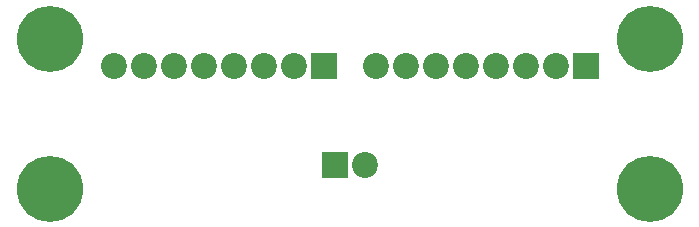
<source format=gbs>
G04 #@! TF.GenerationSoftware,KiCad,Pcbnew,(6.0.7)*
G04 #@! TF.CreationDate,2023-06-30T09:59:30-07:00*
G04 #@! TF.ProjectId,PT Board Ground Systems,50542042-6f61-4726-9420-47726f756e64,rev?*
G04 #@! TF.SameCoordinates,Original*
G04 #@! TF.FileFunction,Soldermask,Bot*
G04 #@! TF.FilePolarity,Negative*
%FSLAX46Y46*%
G04 Gerber Fmt 4.6, Leading zero omitted, Abs format (unit mm)*
G04 Created by KiCad (PCBNEW (6.0.7)) date 2023-06-30 09:59:30*
%MOMM*%
%LPD*%
G01*
G04 APERTURE LIST*
%ADD10R,2.200000X2.200000*%
%ADD11C,2.200000*%
%ADD12C,5.600000*%
%ADD13C,3.600000*%
G04 APERTURE END LIST*
D10*
X74650600Y-30937200D03*
D11*
X72110600Y-30937200D03*
X69570600Y-30937200D03*
X67030600Y-30937200D03*
X64490600Y-30937200D03*
X61950600Y-30937200D03*
X59410600Y-30937200D03*
X56870600Y-30937200D03*
D12*
X80010000Y-28575000D03*
D13*
X80010000Y-28575000D03*
D12*
X29210000Y-28575000D03*
D13*
X29210000Y-28575000D03*
D10*
X53365400Y-39319200D03*
D11*
X55905400Y-39319200D03*
D10*
X52425600Y-30937200D03*
D11*
X49885600Y-30937200D03*
X47345600Y-30937200D03*
X44805600Y-30937200D03*
X42265600Y-30937200D03*
X39725600Y-30937200D03*
X37185600Y-30937200D03*
X34645600Y-30937200D03*
D12*
X29260800Y-41275000D03*
D13*
X29260800Y-41275000D03*
X80010000Y-41275000D03*
D12*
X80010000Y-41275000D03*
M02*

</source>
